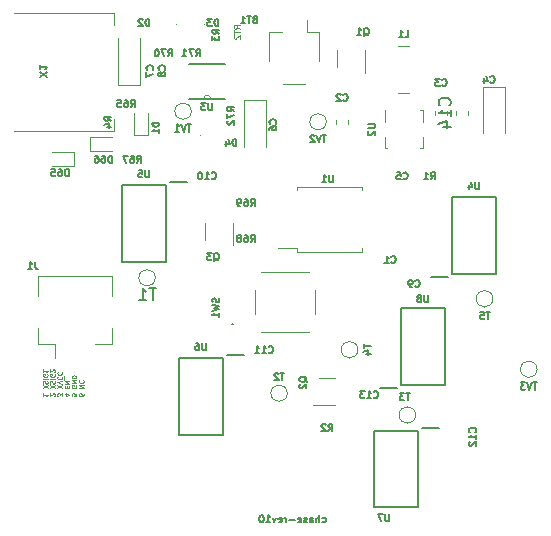
<source format=gbr>
G04 #@! TF.GenerationSoftware,KiCad,Pcbnew,5.1.5-52549c5~84~ubuntu18.04.1*
G04 #@! TF.CreationDate,2020-02-24T22:50:41+01:00*
G04 #@! TF.ProjectId,chase,63686173-652e-46b6-9963-61645f706362,rev?*
G04 #@! TF.SameCoordinates,Original*
G04 #@! TF.FileFunction,Legend,Bot*
G04 #@! TF.FilePolarity,Positive*
%FSLAX46Y46*%
G04 Gerber Fmt 4.6, Leading zero omitted, Abs format (unit mm)*
G04 Created by KiCad (PCBNEW 5.1.5-52549c5~84~ubuntu18.04.1) date 2020-02-24 22:50:41*
%MOMM*%
%LPD*%
G04 APERTURE LIST*
%ADD10C,0.100000*%
%ADD11C,0.130000*%
%ADD12C,0.120000*%
%ADD13C,0.200000*%
%ADD14C,0.152400*%
%ADD15C,0.150000*%
%ADD16C,0.125000*%
G04 APERTURE END LIST*
D10*
X106684047Y-133061857D02*
X106684047Y-133138047D01*
X106665000Y-133176143D01*
X106645952Y-133195190D01*
X106588809Y-133233285D01*
X106512619Y-133252333D01*
X106360238Y-133252333D01*
X106322142Y-133233285D01*
X106303095Y-133214238D01*
X106284047Y-133176143D01*
X106284047Y-133099952D01*
X106303095Y-133061857D01*
X106322142Y-133042809D01*
X106360238Y-133023762D01*
X106455476Y-133023762D01*
X106493571Y-133042809D01*
X106512619Y-133061857D01*
X106531666Y-133099952D01*
X106531666Y-133176143D01*
X106512619Y-133214238D01*
X106493571Y-133233285D01*
X106455476Y-133252333D01*
X106284047Y-132547571D02*
X106684047Y-132547571D01*
X106284047Y-132319000D01*
X106684047Y-132319000D01*
X106322142Y-131899952D02*
X106303095Y-131919000D01*
X106284047Y-131976143D01*
X106284047Y-132014238D01*
X106303095Y-132071381D01*
X106341190Y-132109476D01*
X106379285Y-132128523D01*
X106455476Y-132147571D01*
X106512619Y-132147571D01*
X106588809Y-132128523D01*
X106626904Y-132109476D01*
X106665000Y-132071381D01*
X106684047Y-132014238D01*
X106684047Y-131976143D01*
X106665000Y-131919000D01*
X106645952Y-131899952D01*
X103236047Y-133023761D02*
X103236047Y-133252333D01*
X103236047Y-133138047D02*
X103636047Y-133138047D01*
X103578904Y-133176142D01*
X103540809Y-133214238D01*
X103521761Y-133252333D01*
X103636047Y-132585666D02*
X103236047Y-132319000D01*
X103636047Y-132319000D02*
X103236047Y-132585666D01*
X103255095Y-132185666D02*
X103236047Y-132128523D01*
X103236047Y-132033285D01*
X103255095Y-131995190D01*
X103274142Y-131976142D01*
X103312238Y-131957095D01*
X103350333Y-131957095D01*
X103388428Y-131976142D01*
X103407476Y-131995190D01*
X103426523Y-132033285D01*
X103445571Y-132109476D01*
X103464619Y-132147571D01*
X103483666Y-132166619D01*
X103521761Y-132185666D01*
X103559857Y-132185666D01*
X103597952Y-132166619D01*
X103617000Y-132147571D01*
X103636047Y-132109476D01*
X103636047Y-132014238D01*
X103617000Y-131957095D01*
X103236047Y-131785666D02*
X103636047Y-131785666D01*
X103617000Y-131385666D02*
X103636047Y-131423761D01*
X103636047Y-131480904D01*
X103617000Y-131538047D01*
X103578904Y-131576142D01*
X103540809Y-131595190D01*
X103464619Y-131614238D01*
X103407476Y-131614238D01*
X103331285Y-131595190D01*
X103293190Y-131576142D01*
X103255095Y-131538047D01*
X103236047Y-131480904D01*
X103236047Y-131442809D01*
X103255095Y-131385666D01*
X103274142Y-131366619D01*
X103407476Y-131366619D01*
X103407476Y-131442809D01*
X103236047Y-130985666D02*
X103236047Y-131214238D01*
X103236047Y-131099952D02*
X103636047Y-131099952D01*
X103578904Y-131138047D01*
X103540809Y-131176142D01*
X103521761Y-131214238D01*
X104207552Y-133252333D02*
X104226600Y-133233285D01*
X104245647Y-133195190D01*
X104245647Y-133099952D01*
X104226600Y-133061857D01*
X104207552Y-133042809D01*
X104169457Y-133023761D01*
X104131361Y-133023761D01*
X104074219Y-133042809D01*
X103845647Y-133271380D01*
X103845647Y-133023761D01*
X104245647Y-132585666D02*
X103845647Y-132319000D01*
X104245647Y-132319000D02*
X103845647Y-132585666D01*
X103864695Y-132185666D02*
X103845647Y-132128523D01*
X103845647Y-132033285D01*
X103864695Y-131995190D01*
X103883742Y-131976142D01*
X103921838Y-131957095D01*
X103959933Y-131957095D01*
X103998028Y-131976142D01*
X104017076Y-131995190D01*
X104036123Y-132033285D01*
X104055171Y-132109476D01*
X104074219Y-132147571D01*
X104093266Y-132166619D01*
X104131361Y-132185666D01*
X104169457Y-132185666D01*
X104207552Y-132166619D01*
X104226600Y-132147571D01*
X104245647Y-132109476D01*
X104245647Y-132014238D01*
X104226600Y-131957095D01*
X103845647Y-131785666D02*
X104245647Y-131785666D01*
X104226600Y-131385666D02*
X104245647Y-131423761D01*
X104245647Y-131480904D01*
X104226600Y-131538047D01*
X104188504Y-131576142D01*
X104150409Y-131595190D01*
X104074219Y-131614238D01*
X104017076Y-131614238D01*
X103940885Y-131595190D01*
X103902790Y-131576142D01*
X103864695Y-131538047D01*
X103845647Y-131480904D01*
X103845647Y-131442809D01*
X103864695Y-131385666D01*
X103883742Y-131366619D01*
X104017076Y-131366619D01*
X104017076Y-131442809D01*
X104207552Y-131214238D02*
X104226600Y-131195190D01*
X104245647Y-131157095D01*
X104245647Y-131061857D01*
X104226600Y-131023761D01*
X104207552Y-131004714D01*
X104169457Y-130985666D01*
X104131361Y-130985666D01*
X104074219Y-131004714D01*
X103845647Y-131233285D01*
X103845647Y-130985666D01*
X104855247Y-133271381D02*
X104855247Y-133023762D01*
X104702866Y-133157095D01*
X104702866Y-133099952D01*
X104683819Y-133061857D01*
X104664771Y-133042809D01*
X104626676Y-133023762D01*
X104531438Y-133023762D01*
X104493342Y-133042809D01*
X104474295Y-133061857D01*
X104455247Y-133099952D01*
X104455247Y-133214238D01*
X104474295Y-133252333D01*
X104493342Y-133271381D01*
X104855247Y-132585666D02*
X104455247Y-132319000D01*
X104855247Y-132319000D02*
X104455247Y-132585666D01*
X104855247Y-132223762D02*
X104455247Y-132090428D01*
X104855247Y-131957095D01*
X104493342Y-131595190D02*
X104474295Y-131614238D01*
X104455247Y-131671381D01*
X104455247Y-131709476D01*
X104474295Y-131766619D01*
X104512390Y-131804714D01*
X104550485Y-131823762D01*
X104626676Y-131842809D01*
X104683819Y-131842809D01*
X104760009Y-131823762D01*
X104798104Y-131804714D01*
X104836200Y-131766619D01*
X104855247Y-131709476D01*
X104855247Y-131671381D01*
X104836200Y-131614238D01*
X104817152Y-131595190D01*
X104493342Y-131195190D02*
X104474295Y-131214238D01*
X104455247Y-131271381D01*
X104455247Y-131309476D01*
X104474295Y-131366619D01*
X104512390Y-131404714D01*
X104550485Y-131423762D01*
X104626676Y-131442809D01*
X104683819Y-131442809D01*
X104760009Y-131423762D01*
X104798104Y-131404714D01*
X104836200Y-131366619D01*
X104855247Y-131309476D01*
X104855247Y-131271381D01*
X104836200Y-131214238D01*
X104817152Y-131195190D01*
X105331514Y-133061856D02*
X105064847Y-133061856D01*
X105483895Y-133157094D02*
X105198180Y-133252332D01*
X105198180Y-133004713D01*
X105274371Y-132547570D02*
X105274371Y-132414237D01*
X105064847Y-132357094D02*
X105064847Y-132547570D01*
X105464847Y-132547570D01*
X105464847Y-132357094D01*
X105064847Y-132185666D02*
X105464847Y-132185666D01*
X105064847Y-131957094D01*
X105464847Y-131957094D01*
X105026752Y-131861856D02*
X105026752Y-131557094D01*
X106074447Y-133042809D02*
X106074447Y-133233285D01*
X105883971Y-133252333D01*
X105903019Y-133233285D01*
X105922066Y-133195190D01*
X105922066Y-133099952D01*
X105903019Y-133061857D01*
X105883971Y-133042809D01*
X105845876Y-133023762D01*
X105750638Y-133023762D01*
X105712542Y-133042809D01*
X105693495Y-133061857D01*
X105674447Y-133099952D01*
X105674447Y-133195190D01*
X105693495Y-133233285D01*
X105712542Y-133252333D01*
X106055400Y-132338047D02*
X106074447Y-132376143D01*
X106074447Y-132433285D01*
X106055400Y-132490428D01*
X106017304Y-132528523D01*
X105979209Y-132547571D01*
X105903019Y-132566619D01*
X105845876Y-132566619D01*
X105769685Y-132547571D01*
X105731590Y-132528523D01*
X105693495Y-132490428D01*
X105674447Y-132433285D01*
X105674447Y-132395190D01*
X105693495Y-132338047D01*
X105712542Y-132319000D01*
X105845876Y-132319000D01*
X105845876Y-132395190D01*
X105674447Y-132147571D02*
X106074447Y-132147571D01*
X105674447Y-131919000D01*
X106074447Y-131919000D01*
X105674447Y-131728523D02*
X106074447Y-131728523D01*
X106074447Y-131633285D01*
X106055400Y-131576143D01*
X106017304Y-131538047D01*
X105979209Y-131519000D01*
X105903019Y-131499952D01*
X105845876Y-131499952D01*
X105769685Y-131519000D01*
X105731590Y-131538047D01*
X105693495Y-131576143D01*
X105674447Y-131633285D01*
X105674447Y-131728523D01*
D11*
X126886285Y-143918857D02*
X126943428Y-143947428D01*
X127057714Y-143947428D01*
X127114857Y-143918857D01*
X127143428Y-143890285D01*
X127172000Y-143833142D01*
X127172000Y-143661714D01*
X127143428Y-143604571D01*
X127114857Y-143576000D01*
X127057714Y-143547428D01*
X126943428Y-143547428D01*
X126886285Y-143576000D01*
X126629142Y-143947428D02*
X126629142Y-143347428D01*
X126372000Y-143947428D02*
X126372000Y-143633142D01*
X126400571Y-143576000D01*
X126457714Y-143547428D01*
X126543428Y-143547428D01*
X126600571Y-143576000D01*
X126629142Y-143604571D01*
X125829142Y-143947428D02*
X125829142Y-143633142D01*
X125857714Y-143576000D01*
X125914857Y-143547428D01*
X126029142Y-143547428D01*
X126086285Y-143576000D01*
X125829142Y-143918857D02*
X125886285Y-143947428D01*
X126029142Y-143947428D01*
X126086285Y-143918857D01*
X126114857Y-143861714D01*
X126114857Y-143804571D01*
X126086285Y-143747428D01*
X126029142Y-143718857D01*
X125886285Y-143718857D01*
X125829142Y-143690285D01*
X125572000Y-143918857D02*
X125514857Y-143947428D01*
X125400571Y-143947428D01*
X125343428Y-143918857D01*
X125314857Y-143861714D01*
X125314857Y-143833142D01*
X125343428Y-143776000D01*
X125400571Y-143747428D01*
X125486285Y-143747428D01*
X125543428Y-143718857D01*
X125572000Y-143661714D01*
X125572000Y-143633142D01*
X125543428Y-143576000D01*
X125486285Y-143547428D01*
X125400571Y-143547428D01*
X125343428Y-143576000D01*
X124829142Y-143918857D02*
X124886285Y-143947428D01*
X125000571Y-143947428D01*
X125057714Y-143918857D01*
X125086285Y-143861714D01*
X125086285Y-143633142D01*
X125057714Y-143576000D01*
X125000571Y-143547428D01*
X124886285Y-143547428D01*
X124829142Y-143576000D01*
X124800571Y-143633142D01*
X124800571Y-143690285D01*
X125086285Y-143747428D01*
X124543428Y-143718857D02*
X124086285Y-143718857D01*
X123800571Y-143947428D02*
X123800571Y-143547428D01*
X123800571Y-143661714D02*
X123772000Y-143604571D01*
X123743428Y-143576000D01*
X123686285Y-143547428D01*
X123629142Y-143547428D01*
X123200571Y-143918857D02*
X123257714Y-143947428D01*
X123372000Y-143947428D01*
X123429142Y-143918857D01*
X123457714Y-143861714D01*
X123457714Y-143633142D01*
X123429142Y-143576000D01*
X123372000Y-143547428D01*
X123257714Y-143547428D01*
X123200571Y-143576000D01*
X123172000Y-143633142D01*
X123172000Y-143690285D01*
X123457714Y-143747428D01*
X122972000Y-143547428D02*
X122829142Y-143947428D01*
X122686285Y-143547428D01*
X122143428Y-143947428D02*
X122486285Y-143947428D01*
X122314857Y-143947428D02*
X122314857Y-143347428D01*
X122372000Y-143433142D01*
X122429142Y-143490285D01*
X122486285Y-143518857D01*
X121772000Y-143347428D02*
X121714857Y-143347428D01*
X121657714Y-143376000D01*
X121629142Y-143404571D01*
X121600571Y-143461714D01*
X121572000Y-143576000D01*
X121572000Y-143718857D01*
X121600571Y-143833142D01*
X121629142Y-143890285D01*
X121657714Y-143918857D01*
X121714857Y-143947428D01*
X121772000Y-143947428D01*
X121829142Y-143918857D01*
X121857714Y-143890285D01*
X121886285Y-143833142D01*
X121914857Y-143718857D01*
X121914857Y-143576000D01*
X121886285Y-143461714D01*
X121857714Y-143404571D01*
X121829142Y-143376000D01*
X121772000Y-143347428D01*
D12*
X104297000Y-128847000D02*
X104297000Y-130047000D01*
X109107000Y-123047000D02*
X109107000Y-124787000D01*
X102807000Y-123047000D02*
X109107000Y-123047000D01*
X102807000Y-124787000D02*
X102807000Y-123047000D01*
X109107000Y-128847000D02*
X109107000Y-127507000D01*
X107617000Y-128847000D02*
X109107000Y-128847000D01*
X102807000Y-128847000D02*
X102807000Y-127507000D01*
X104297000Y-128847000D02*
X102807000Y-128847000D01*
X145074500Y-130976000D02*
G75*
G03X145074500Y-130976000I-700000J0D01*
G01*
X116989000Y-119992000D02*
X116989000Y-118592000D01*
X119309000Y-118592000D02*
X119309000Y-120492000D01*
X129073000Y-109858221D02*
X129073000Y-110183779D01*
X128053000Y-109858221D02*
X128053000Y-110183779D01*
X128165000Y-105387000D02*
X128165000Y-103987000D01*
X130485000Y-103987000D02*
X130485000Y-105887000D01*
X139233000Y-109096221D02*
X139233000Y-109421779D01*
X138213000Y-109096221D02*
X138213000Y-109421779D01*
X137455000Y-109096221D02*
X137455000Y-109421779D01*
X136435000Y-109096221D02*
X136435000Y-109421779D01*
X112753000Y-123229000D02*
G75*
G03X112753000Y-123229000I-700000J0D01*
G01*
X125439000Y-106864000D02*
X123559000Y-106864000D01*
X122389000Y-102394000D02*
X123439000Y-102394000D01*
X122389000Y-104894000D02*
X122389000Y-102394000D01*
X125559000Y-102394000D02*
X125559000Y-101404000D01*
X126609000Y-102394000D02*
X125559000Y-102394000D01*
X126609000Y-104894000D02*
X126609000Y-102394000D01*
X122132000Y-108219000D02*
X122132000Y-112129000D01*
X120262000Y-108219000D02*
X122132000Y-108219000D01*
X120262000Y-112129000D02*
X120262000Y-108219000D01*
X109070000Y-111326000D02*
X107220000Y-111326000D01*
X109070000Y-112526000D02*
X107220000Y-112526000D01*
X107220000Y-112526000D02*
X107220000Y-111326000D01*
X103987000Y-113796000D02*
X105837000Y-113796000D01*
X103987000Y-112596000D02*
X105837000Y-112596000D01*
X105837000Y-112596000D02*
X105837000Y-113796000D01*
X126593000Y-131721000D02*
X127993000Y-131721000D01*
X127993000Y-134041000D02*
X126093000Y-134041000D01*
X127231000Y-110021000D02*
G75*
G03X127231000Y-110021000I-700000J0D01*
G01*
X115801000Y-109132000D02*
G75*
G03X115801000Y-109132000I-700000J0D01*
G01*
X141328000Y-125007000D02*
G75*
G03X141328000Y-125007000I-700000J0D01*
G01*
X129898000Y-129325000D02*
G75*
G03X129898000Y-129325000I-700000J0D01*
G01*
X134787500Y-134849500D02*
G75*
G03X134787500Y-134849500I-700000J0D01*
G01*
X123929000Y-133008000D02*
G75*
G03X123929000Y-133008000I-700000J0D01*
G01*
X127503000Y-115528500D02*
X130250500Y-115528500D01*
X130250500Y-115528500D02*
X130250500Y-115811000D01*
X127503000Y-115528500D02*
X124755500Y-115528500D01*
X124755500Y-115528500D02*
X124755500Y-115811000D01*
X127503000Y-121023500D02*
X130250500Y-121023500D01*
X130250500Y-121023500D02*
X130250500Y-120741000D01*
X127503000Y-121023500D02*
X124755500Y-121023500D01*
X124755500Y-121023500D02*
X124755500Y-120741000D01*
X124755500Y-120741000D02*
X123103000Y-120741000D01*
D13*
X119237000Y-127161000D02*
X119237000Y-127161000D01*
X119337000Y-127161000D02*
X119337000Y-127161000D01*
X119237000Y-127161000D02*
X119237000Y-127161000D01*
D10*
X121187000Y-126261000D02*
X121187000Y-124261000D01*
X126287000Y-126261000D02*
X126287000Y-124261000D01*
X121737000Y-127811000D02*
X125737000Y-127811000D01*
X121737000Y-122711000D02*
X125737000Y-122711000D01*
D13*
X119337000Y-127161000D02*
G75*
G03X119237000Y-127161000I-50000J0D01*
G01*
X119237000Y-127161000D02*
G75*
G03X119337000Y-127161000I50000J0D01*
G01*
X119337000Y-127161000D02*
G75*
G03X119237000Y-127161000I-50000J0D01*
G01*
X133571000Y-132321000D02*
X137271000Y-132321000D01*
X137271000Y-132321000D02*
X137271000Y-125821000D01*
X137271000Y-125821000D02*
X133571000Y-125821000D01*
X133571000Y-125821000D02*
X133571000Y-132321000D01*
X131746000Y-132571000D02*
X133221000Y-132571000D01*
X134984000Y-136178000D02*
X131284000Y-136178000D01*
X131284000Y-136178000D02*
X131284000Y-142678000D01*
X131284000Y-142678000D02*
X134984000Y-142678000D01*
X134984000Y-142678000D02*
X134984000Y-136178000D01*
X136809000Y-135928000D02*
X135334000Y-135928000D01*
X118456000Y-130002000D02*
X114756000Y-130002000D01*
X114756000Y-130002000D02*
X114756000Y-136502000D01*
X114756000Y-136502000D02*
X118456000Y-136502000D01*
X118456000Y-136502000D02*
X118456000Y-130002000D01*
X120281000Y-129752000D02*
X118806000Y-129752000D01*
X113649000Y-115407000D02*
X109949000Y-115407000D01*
X109949000Y-115407000D02*
X109949000Y-121907000D01*
X109949000Y-121907000D02*
X113649000Y-121907000D01*
X113649000Y-121907000D02*
X113649000Y-115407000D01*
X115474000Y-115157000D02*
X113999000Y-115157000D01*
X137889000Y-122923000D02*
X141589000Y-122923000D01*
X141589000Y-122923000D02*
X141589000Y-116423000D01*
X141589000Y-116423000D02*
X137889000Y-116423000D01*
X137889000Y-116423000D02*
X137889000Y-122923000D01*
X136064000Y-123173000D02*
X137539000Y-123173000D01*
D12*
X109274000Y-110830000D02*
X109274000Y-109830000D01*
X109274000Y-110830000D02*
X100774000Y-110830000D01*
X109274000Y-100830000D02*
X100774000Y-100830000D01*
X109274000Y-100830000D02*
X109274000Y-101830000D01*
X132160000Y-109016000D02*
X132160000Y-110021000D01*
X132160000Y-112266000D02*
X132390000Y-112266000D01*
X132160000Y-111291000D02*
X132160000Y-112266000D01*
X135380000Y-111291000D02*
X135380000Y-112266000D01*
X135150000Y-112266000D02*
X135380000Y-112266000D01*
X135380000Y-109046000D02*
X135380000Y-110021000D01*
X135150000Y-109046000D02*
X135380000Y-109046000D01*
X134260000Y-103566000D02*
X133280000Y-103566000D01*
X134260000Y-107586000D02*
X133280000Y-107586000D01*
X140455000Y-110986000D02*
X140455000Y-107076000D01*
X140455000Y-107076000D02*
X142325000Y-107076000D01*
X142325000Y-107076000D02*
X142325000Y-110986000D01*
D10*
X116601000Y-111164000D02*
G75*
G03X116601000Y-111164000I-50000J0D01*
G01*
X116939500Y-101766000D02*
G75*
G03X116939500Y-101766000I-50000J0D01*
G01*
X114590000Y-101766000D02*
G75*
G03X114590000Y-101766000I-50000J0D01*
G01*
D12*
X112145000Y-111171000D02*
X110945000Y-111171000D01*
X112145000Y-109321000D02*
X112145000Y-111171000D01*
X110945000Y-109321000D02*
X110945000Y-111171000D01*
D14*
X115634400Y-105093400D02*
X118631600Y-105093400D01*
X118631600Y-108090600D02*
X117437800Y-108090600D01*
X117437800Y-108090600D02*
X116828200Y-108090600D01*
X116828200Y-108090600D02*
X115634400Y-108090600D01*
D10*
X117437800Y-108090600D02*
G75*
G03X116828200Y-108090600I-304800J0D01*
G01*
D12*
X111464000Y-102960000D02*
X111464000Y-106870000D01*
X111464000Y-106870000D02*
X109594000Y-106870000D01*
X109594000Y-106870000D02*
X109594000Y-102960000D01*
D15*
X102601000Y-121884428D02*
X102601000Y-122313000D01*
X102629571Y-122398714D01*
X102686714Y-122455857D01*
X102772428Y-122484428D01*
X102829571Y-122484428D01*
X102001000Y-122484428D02*
X102343857Y-122484428D01*
X102172428Y-122484428D02*
X102172428Y-121884428D01*
X102229571Y-121970142D01*
X102286714Y-122027285D01*
X102343857Y-122055857D01*
X145088785Y-132095428D02*
X144745928Y-132095428D01*
X144917357Y-132695428D02*
X144917357Y-132095428D01*
X144631642Y-132095428D02*
X144431642Y-132695428D01*
X144231642Y-132095428D01*
X144088785Y-132095428D02*
X143717357Y-132095428D01*
X143917357Y-132324000D01*
X143831642Y-132324000D01*
X143774500Y-132352571D01*
X143745928Y-132381142D01*
X143717357Y-132438285D01*
X143717357Y-132581142D01*
X143745928Y-132638285D01*
X143774500Y-132666857D01*
X143831642Y-132695428D01*
X144003071Y-132695428D01*
X144060214Y-132666857D01*
X144088785Y-132638285D01*
X117698142Y-121779571D02*
X117755285Y-121751000D01*
X117812428Y-121693857D01*
X117898142Y-121608142D01*
X117955285Y-121579571D01*
X118012428Y-121579571D01*
X117983857Y-121722428D02*
X118041000Y-121693857D01*
X118098142Y-121636714D01*
X118126714Y-121522428D01*
X118126714Y-121322428D01*
X118098142Y-121208142D01*
X118041000Y-121151000D01*
X117983857Y-121122428D01*
X117869571Y-121122428D01*
X117812428Y-121151000D01*
X117755285Y-121208142D01*
X117726714Y-121322428D01*
X117726714Y-121522428D01*
X117755285Y-121636714D01*
X117812428Y-121693857D01*
X117869571Y-121722428D01*
X117983857Y-121722428D01*
X117526714Y-121122428D02*
X117155285Y-121122428D01*
X117355285Y-121351000D01*
X117269571Y-121351000D01*
X117212428Y-121379571D01*
X117183857Y-121408142D01*
X117155285Y-121465285D01*
X117155285Y-121608142D01*
X117183857Y-121665285D01*
X117212428Y-121693857D01*
X117269571Y-121722428D01*
X117441000Y-121722428D01*
X117498142Y-121693857D01*
X117526714Y-121665285D01*
X128663000Y-108203285D02*
X128691571Y-108231857D01*
X128777285Y-108260428D01*
X128834428Y-108260428D01*
X128920142Y-108231857D01*
X128977285Y-108174714D01*
X129005857Y-108117571D01*
X129034428Y-108003285D01*
X129034428Y-107917571D01*
X129005857Y-107803285D01*
X128977285Y-107746142D01*
X128920142Y-107689000D01*
X128834428Y-107660428D01*
X128777285Y-107660428D01*
X128691571Y-107689000D01*
X128663000Y-107717571D01*
X128434428Y-107717571D02*
X128405857Y-107689000D01*
X128348714Y-107660428D01*
X128205857Y-107660428D01*
X128148714Y-107689000D01*
X128120142Y-107717571D01*
X128091571Y-107774714D01*
X128091571Y-107831857D01*
X128120142Y-107917571D01*
X128463000Y-108260428D01*
X128091571Y-108260428D01*
X130398142Y-102729571D02*
X130455285Y-102701000D01*
X130512428Y-102643857D01*
X130598142Y-102558142D01*
X130655285Y-102529571D01*
X130712428Y-102529571D01*
X130683857Y-102672428D02*
X130741000Y-102643857D01*
X130798142Y-102586714D01*
X130826714Y-102472428D01*
X130826714Y-102272428D01*
X130798142Y-102158142D01*
X130741000Y-102101000D01*
X130683857Y-102072428D01*
X130569571Y-102072428D01*
X130512428Y-102101000D01*
X130455285Y-102158142D01*
X130426714Y-102272428D01*
X130426714Y-102472428D01*
X130455285Y-102586714D01*
X130512428Y-102643857D01*
X130569571Y-102672428D01*
X130683857Y-102672428D01*
X129855285Y-102672428D02*
X130198142Y-102672428D01*
X130026714Y-102672428D02*
X130026714Y-102072428D01*
X130083857Y-102158142D01*
X130141000Y-102215285D01*
X130198142Y-102243857D01*
X137650142Y-108616142D02*
X137697761Y-108568523D01*
X137745380Y-108425666D01*
X137745380Y-108330428D01*
X137697761Y-108187571D01*
X137602523Y-108092333D01*
X137507285Y-108044714D01*
X137316809Y-107997095D01*
X137173952Y-107997095D01*
X136983476Y-108044714D01*
X136888238Y-108092333D01*
X136793000Y-108187571D01*
X136745380Y-108330428D01*
X136745380Y-108425666D01*
X136793000Y-108568523D01*
X136840619Y-108616142D01*
X137745380Y-109568523D02*
X137745380Y-108997095D01*
X137745380Y-109282809D02*
X136745380Y-109282809D01*
X136888238Y-109187571D01*
X136983476Y-109092333D01*
X137031095Y-108997095D01*
X137078714Y-110425666D02*
X137745380Y-110425666D01*
X136697761Y-110187571D02*
X137412047Y-109949476D01*
X137412047Y-110568523D01*
X137045000Y-106933285D02*
X137073571Y-106961857D01*
X137159285Y-106990428D01*
X137216428Y-106990428D01*
X137302142Y-106961857D01*
X137359285Y-106904714D01*
X137387857Y-106847571D01*
X137416428Y-106733285D01*
X137416428Y-106647571D01*
X137387857Y-106533285D01*
X137359285Y-106476142D01*
X137302142Y-106419000D01*
X137216428Y-106390428D01*
X137159285Y-106390428D01*
X137073571Y-106419000D01*
X137045000Y-106447571D01*
X136845000Y-106390428D02*
X136473571Y-106390428D01*
X136673571Y-106619000D01*
X136587857Y-106619000D01*
X136530714Y-106647571D01*
X136502142Y-106676142D01*
X136473571Y-106733285D01*
X136473571Y-106876142D01*
X136502142Y-106933285D01*
X136530714Y-106961857D01*
X136587857Y-106990428D01*
X136759285Y-106990428D01*
X136816428Y-106961857D01*
X136845000Y-106933285D01*
X112814904Y-124129380D02*
X112243476Y-124129380D01*
X112529190Y-125129380D02*
X112529190Y-124129380D01*
X111386333Y-125129380D02*
X111957761Y-125129380D01*
X111672047Y-125129380D02*
X111672047Y-124129380D01*
X111767285Y-124272238D01*
X111862523Y-124367476D01*
X111957761Y-124415095D01*
X121160428Y-101342142D02*
X121074714Y-101370714D01*
X121046142Y-101399285D01*
X121017571Y-101456428D01*
X121017571Y-101542142D01*
X121046142Y-101599285D01*
X121074714Y-101627857D01*
X121131857Y-101656428D01*
X121360428Y-101656428D01*
X121360428Y-101056428D01*
X121160428Y-101056428D01*
X121103285Y-101085000D01*
X121074714Y-101113571D01*
X121046142Y-101170714D01*
X121046142Y-101227857D01*
X121074714Y-101285000D01*
X121103285Y-101313571D01*
X121160428Y-101342142D01*
X121360428Y-101342142D01*
X120846142Y-101056428D02*
X120503285Y-101056428D01*
X120674714Y-101656428D02*
X120674714Y-101056428D01*
X119989000Y-101656428D02*
X120331857Y-101656428D01*
X120160428Y-101656428D02*
X120160428Y-101056428D01*
X120217571Y-101142142D01*
X120274714Y-101199285D01*
X120331857Y-101227857D01*
D11*
X122935285Y-110175000D02*
X122963857Y-110146428D01*
X122992428Y-110060714D01*
X122992428Y-110003571D01*
X122963857Y-109917857D01*
X122906714Y-109860714D01*
X122849571Y-109832142D01*
X122735285Y-109803571D01*
X122649571Y-109803571D01*
X122535285Y-109832142D01*
X122478142Y-109860714D01*
X122421000Y-109917857D01*
X122392428Y-110003571D01*
X122392428Y-110060714D01*
X122421000Y-110146428D01*
X122449571Y-110175000D01*
X122392428Y-110689285D02*
X122392428Y-110575000D01*
X122421000Y-110517857D01*
X122449571Y-110489285D01*
X122535285Y-110432142D01*
X122649571Y-110403571D01*
X122878142Y-110403571D01*
X122935285Y-110432142D01*
X122963857Y-110460714D01*
X122992428Y-110517857D01*
X122992428Y-110632142D01*
X122963857Y-110689285D01*
X122935285Y-110717857D01*
X122878142Y-110746428D01*
X122735285Y-110746428D01*
X122678142Y-110717857D01*
X122649571Y-110689285D01*
X122621000Y-110632142D01*
X122621000Y-110517857D01*
X122649571Y-110460714D01*
X122678142Y-110432142D01*
X122735285Y-110403571D01*
X109098571Y-113497428D02*
X109098571Y-112897428D01*
X108955714Y-112897428D01*
X108870000Y-112926000D01*
X108812857Y-112983142D01*
X108784285Y-113040285D01*
X108755714Y-113154571D01*
X108755714Y-113240285D01*
X108784285Y-113354571D01*
X108812857Y-113411714D01*
X108870000Y-113468857D01*
X108955714Y-113497428D01*
X109098571Y-113497428D01*
X108241428Y-112897428D02*
X108355714Y-112897428D01*
X108412857Y-112926000D01*
X108441428Y-112954571D01*
X108498571Y-113040285D01*
X108527142Y-113154571D01*
X108527142Y-113383142D01*
X108498571Y-113440285D01*
X108470000Y-113468857D01*
X108412857Y-113497428D01*
X108298571Y-113497428D01*
X108241428Y-113468857D01*
X108212857Y-113440285D01*
X108184285Y-113383142D01*
X108184285Y-113240285D01*
X108212857Y-113183142D01*
X108241428Y-113154571D01*
X108298571Y-113126000D01*
X108412857Y-113126000D01*
X108470000Y-113154571D01*
X108498571Y-113183142D01*
X108527142Y-113240285D01*
X107670000Y-112897428D02*
X107784285Y-112897428D01*
X107841428Y-112926000D01*
X107870000Y-112954571D01*
X107927142Y-113040285D01*
X107955714Y-113154571D01*
X107955714Y-113383142D01*
X107927142Y-113440285D01*
X107898571Y-113468857D01*
X107841428Y-113497428D01*
X107727142Y-113497428D01*
X107670000Y-113468857D01*
X107641428Y-113440285D01*
X107612857Y-113383142D01*
X107612857Y-113240285D01*
X107641428Y-113183142D01*
X107670000Y-113154571D01*
X107727142Y-113126000D01*
X107841428Y-113126000D01*
X107898571Y-113154571D01*
X107927142Y-113183142D01*
X107955714Y-113240285D01*
X105415571Y-114610428D02*
X105415571Y-114010428D01*
X105272714Y-114010428D01*
X105187000Y-114039000D01*
X105129857Y-114096142D01*
X105101285Y-114153285D01*
X105072714Y-114267571D01*
X105072714Y-114353285D01*
X105101285Y-114467571D01*
X105129857Y-114524714D01*
X105187000Y-114581857D01*
X105272714Y-114610428D01*
X105415571Y-114610428D01*
X104558428Y-114010428D02*
X104672714Y-114010428D01*
X104729857Y-114039000D01*
X104758428Y-114067571D01*
X104815571Y-114153285D01*
X104844142Y-114267571D01*
X104844142Y-114496142D01*
X104815571Y-114553285D01*
X104787000Y-114581857D01*
X104729857Y-114610428D01*
X104615571Y-114610428D01*
X104558428Y-114581857D01*
X104529857Y-114553285D01*
X104501285Y-114496142D01*
X104501285Y-114353285D01*
X104529857Y-114296142D01*
X104558428Y-114267571D01*
X104615571Y-114239000D01*
X104729857Y-114239000D01*
X104787000Y-114267571D01*
X104815571Y-114296142D01*
X104844142Y-114353285D01*
X103958428Y-114010428D02*
X104244142Y-114010428D01*
X104272714Y-114296142D01*
X104244142Y-114267571D01*
X104187000Y-114239000D01*
X104044142Y-114239000D01*
X103987000Y-114267571D01*
X103958428Y-114296142D01*
X103929857Y-114353285D01*
X103929857Y-114496142D01*
X103958428Y-114553285D01*
X103987000Y-114581857D01*
X104044142Y-114610428D01*
X104187000Y-114610428D01*
X104244142Y-114581857D01*
X104272714Y-114553285D01*
X120820714Y-117150428D02*
X121020714Y-116864714D01*
X121163571Y-117150428D02*
X121163571Y-116550428D01*
X120935000Y-116550428D01*
X120877857Y-116579000D01*
X120849285Y-116607571D01*
X120820714Y-116664714D01*
X120820714Y-116750428D01*
X120849285Y-116807571D01*
X120877857Y-116836142D01*
X120935000Y-116864714D01*
X121163571Y-116864714D01*
X120306428Y-116550428D02*
X120420714Y-116550428D01*
X120477857Y-116579000D01*
X120506428Y-116607571D01*
X120563571Y-116693285D01*
X120592142Y-116807571D01*
X120592142Y-117036142D01*
X120563571Y-117093285D01*
X120535000Y-117121857D01*
X120477857Y-117150428D01*
X120363571Y-117150428D01*
X120306428Y-117121857D01*
X120277857Y-117093285D01*
X120249285Y-117036142D01*
X120249285Y-116893285D01*
X120277857Y-116836142D01*
X120306428Y-116807571D01*
X120363571Y-116779000D01*
X120477857Y-116779000D01*
X120535000Y-116807571D01*
X120563571Y-116836142D01*
X120592142Y-116893285D01*
X119963571Y-117150428D02*
X119849285Y-117150428D01*
X119792142Y-117121857D01*
X119763571Y-117093285D01*
X119706428Y-117007571D01*
X119677857Y-116893285D01*
X119677857Y-116664714D01*
X119706428Y-116607571D01*
X119735000Y-116579000D01*
X119792142Y-116550428D01*
X119906428Y-116550428D01*
X119963571Y-116579000D01*
X119992142Y-116607571D01*
X120020714Y-116664714D01*
X120020714Y-116807571D01*
X119992142Y-116864714D01*
X119963571Y-116893285D01*
X119906428Y-116921857D01*
X119792142Y-116921857D01*
X119735000Y-116893285D01*
X119706428Y-116864714D01*
X119677857Y-116807571D01*
X120820714Y-120198428D02*
X121020714Y-119912714D01*
X121163571Y-120198428D02*
X121163571Y-119598428D01*
X120935000Y-119598428D01*
X120877857Y-119627000D01*
X120849285Y-119655571D01*
X120820714Y-119712714D01*
X120820714Y-119798428D01*
X120849285Y-119855571D01*
X120877857Y-119884142D01*
X120935000Y-119912714D01*
X121163571Y-119912714D01*
X120306428Y-119598428D02*
X120420714Y-119598428D01*
X120477857Y-119627000D01*
X120506428Y-119655571D01*
X120563571Y-119741285D01*
X120592142Y-119855571D01*
X120592142Y-120084142D01*
X120563571Y-120141285D01*
X120535000Y-120169857D01*
X120477857Y-120198428D01*
X120363571Y-120198428D01*
X120306428Y-120169857D01*
X120277857Y-120141285D01*
X120249285Y-120084142D01*
X120249285Y-119941285D01*
X120277857Y-119884142D01*
X120306428Y-119855571D01*
X120363571Y-119827000D01*
X120477857Y-119827000D01*
X120535000Y-119855571D01*
X120563571Y-119884142D01*
X120592142Y-119941285D01*
X119906428Y-119855571D02*
X119963571Y-119827000D01*
X119992142Y-119798428D01*
X120020714Y-119741285D01*
X120020714Y-119712714D01*
X119992142Y-119655571D01*
X119963571Y-119627000D01*
X119906428Y-119598428D01*
X119792142Y-119598428D01*
X119735000Y-119627000D01*
X119706428Y-119655571D01*
X119677857Y-119712714D01*
X119677857Y-119741285D01*
X119706428Y-119798428D01*
X119735000Y-119827000D01*
X119792142Y-119855571D01*
X119906428Y-119855571D01*
X119963571Y-119884142D01*
X119992142Y-119912714D01*
X120020714Y-119969857D01*
X120020714Y-120084142D01*
X119992142Y-120141285D01*
X119963571Y-120169857D01*
X119906428Y-120198428D01*
X119792142Y-120198428D01*
X119735000Y-120169857D01*
X119706428Y-120141285D01*
X119677857Y-120084142D01*
X119677857Y-119969857D01*
X119706428Y-119912714D01*
X119735000Y-119884142D01*
X119792142Y-119855571D01*
X111168714Y-113494428D02*
X111368714Y-113208714D01*
X111511571Y-113494428D02*
X111511571Y-112894428D01*
X111283000Y-112894428D01*
X111225857Y-112923000D01*
X111197285Y-112951571D01*
X111168714Y-113008714D01*
X111168714Y-113094428D01*
X111197285Y-113151571D01*
X111225857Y-113180142D01*
X111283000Y-113208714D01*
X111511571Y-113208714D01*
X110654428Y-112894428D02*
X110768714Y-112894428D01*
X110825857Y-112923000D01*
X110854428Y-112951571D01*
X110911571Y-113037285D01*
X110940142Y-113151571D01*
X110940142Y-113380142D01*
X110911571Y-113437285D01*
X110883000Y-113465857D01*
X110825857Y-113494428D01*
X110711571Y-113494428D01*
X110654428Y-113465857D01*
X110625857Y-113437285D01*
X110597285Y-113380142D01*
X110597285Y-113237285D01*
X110625857Y-113180142D01*
X110654428Y-113151571D01*
X110711571Y-113123000D01*
X110825857Y-113123000D01*
X110883000Y-113151571D01*
X110911571Y-113180142D01*
X110940142Y-113237285D01*
X110397285Y-112894428D02*
X109997285Y-112894428D01*
X110254428Y-113494428D01*
D15*
X127393000Y-136200428D02*
X127593000Y-135914714D01*
X127735857Y-136200428D02*
X127735857Y-135600428D01*
X127507285Y-135600428D01*
X127450142Y-135629000D01*
X127421571Y-135657571D01*
X127393000Y-135714714D01*
X127393000Y-135800428D01*
X127421571Y-135857571D01*
X127450142Y-135886142D01*
X127507285Y-135914714D01*
X127735857Y-135914714D01*
X127164428Y-135657571D02*
X127135857Y-135629000D01*
X127078714Y-135600428D01*
X126935857Y-135600428D01*
X126878714Y-135629000D01*
X126850142Y-135657571D01*
X126821571Y-135714714D01*
X126821571Y-135771857D01*
X126850142Y-135857571D01*
X127193000Y-136200428D01*
X126821571Y-136200428D01*
X125589571Y-132061857D02*
X125561000Y-132004714D01*
X125503857Y-131947571D01*
X125418142Y-131861857D01*
X125389571Y-131804714D01*
X125389571Y-131747571D01*
X125532428Y-131776142D02*
X125503857Y-131719000D01*
X125446714Y-131661857D01*
X125332428Y-131633285D01*
X125132428Y-131633285D01*
X125018142Y-131661857D01*
X124961000Y-131719000D01*
X124932428Y-131776142D01*
X124932428Y-131890428D01*
X124961000Y-131947571D01*
X125018142Y-132004714D01*
X125132428Y-132033285D01*
X125332428Y-132033285D01*
X125446714Y-132004714D01*
X125503857Y-131947571D01*
X125532428Y-131890428D01*
X125532428Y-131776142D01*
X124989571Y-132261857D02*
X124961000Y-132290428D01*
X124932428Y-132347571D01*
X124932428Y-132490428D01*
X124961000Y-132547571D01*
X124989571Y-132576142D01*
X125046714Y-132604714D01*
X125103857Y-132604714D01*
X125189571Y-132576142D01*
X125532428Y-132233285D01*
X125532428Y-132604714D01*
D11*
X110660714Y-108768428D02*
X110860714Y-108482714D01*
X111003571Y-108768428D02*
X111003571Y-108168428D01*
X110775000Y-108168428D01*
X110717857Y-108197000D01*
X110689285Y-108225571D01*
X110660714Y-108282714D01*
X110660714Y-108368428D01*
X110689285Y-108425571D01*
X110717857Y-108454142D01*
X110775000Y-108482714D01*
X111003571Y-108482714D01*
X110146428Y-108168428D02*
X110260714Y-108168428D01*
X110317857Y-108197000D01*
X110346428Y-108225571D01*
X110403571Y-108311285D01*
X110432142Y-108425571D01*
X110432142Y-108654142D01*
X110403571Y-108711285D01*
X110375000Y-108739857D01*
X110317857Y-108768428D01*
X110203571Y-108768428D01*
X110146428Y-108739857D01*
X110117857Y-108711285D01*
X110089285Y-108654142D01*
X110089285Y-108511285D01*
X110117857Y-108454142D01*
X110146428Y-108425571D01*
X110203571Y-108397000D01*
X110317857Y-108397000D01*
X110375000Y-108425571D01*
X110403571Y-108454142D01*
X110432142Y-108511285D01*
X109546428Y-108168428D02*
X109832142Y-108168428D01*
X109860714Y-108454142D01*
X109832142Y-108425571D01*
X109775000Y-108397000D01*
X109632142Y-108397000D01*
X109575000Y-108425571D01*
X109546428Y-108454142D01*
X109517857Y-108511285D01*
X109517857Y-108654142D01*
X109546428Y-108711285D01*
X109575000Y-108739857D01*
X109632142Y-108768428D01*
X109775000Y-108768428D01*
X109832142Y-108739857D01*
X109860714Y-108711285D01*
D15*
X127245285Y-111140428D02*
X126902428Y-111140428D01*
X127073857Y-111740428D02*
X127073857Y-111140428D01*
X126788142Y-111140428D02*
X126588142Y-111740428D01*
X126388142Y-111140428D01*
X126216714Y-111197571D02*
X126188142Y-111169000D01*
X126131000Y-111140428D01*
X125988142Y-111140428D01*
X125931000Y-111169000D01*
X125902428Y-111197571D01*
X125873857Y-111254714D01*
X125873857Y-111311857D01*
X125902428Y-111397571D01*
X126245285Y-111740428D01*
X125873857Y-111740428D01*
X115815285Y-110251428D02*
X115472428Y-110251428D01*
X115643857Y-110851428D02*
X115643857Y-110251428D01*
X115358142Y-110251428D02*
X115158142Y-110851428D01*
X114958142Y-110251428D01*
X114443857Y-110851428D02*
X114786714Y-110851428D01*
X114615285Y-110851428D02*
X114615285Y-110251428D01*
X114672428Y-110337142D01*
X114729571Y-110394285D01*
X114786714Y-110422857D01*
D11*
X141085142Y-126126428D02*
X140742285Y-126126428D01*
X140913714Y-126726428D02*
X140913714Y-126126428D01*
X140256571Y-126126428D02*
X140542285Y-126126428D01*
X140570857Y-126412142D01*
X140542285Y-126383571D01*
X140485142Y-126355000D01*
X140342285Y-126355000D01*
X140285142Y-126383571D01*
X140256571Y-126412142D01*
X140228000Y-126469285D01*
X140228000Y-126612142D01*
X140256571Y-126669285D01*
X140285142Y-126697857D01*
X140342285Y-126726428D01*
X140485142Y-126726428D01*
X140542285Y-126697857D01*
X140570857Y-126669285D01*
X130393428Y-128867857D02*
X130393428Y-129210714D01*
X130993428Y-129039285D02*
X130393428Y-129039285D01*
X130593428Y-129667857D02*
X130993428Y-129667857D01*
X130364857Y-129525000D02*
X130793428Y-129382142D01*
X130793428Y-129753571D01*
X134290642Y-132996928D02*
X133947785Y-132996928D01*
X134119214Y-133596928D02*
X134119214Y-132996928D01*
X133804928Y-132996928D02*
X133433500Y-132996928D01*
X133633500Y-133225500D01*
X133547785Y-133225500D01*
X133490642Y-133254071D01*
X133462071Y-133282642D01*
X133433500Y-133339785D01*
X133433500Y-133482642D01*
X133462071Y-133539785D01*
X133490642Y-133568357D01*
X133547785Y-133596928D01*
X133719214Y-133596928D01*
X133776357Y-133568357D01*
X133804928Y-133539785D01*
X123686142Y-131282428D02*
X123343285Y-131282428D01*
X123514714Y-131882428D02*
X123514714Y-131282428D01*
X123171857Y-131339571D02*
X123143285Y-131311000D01*
X123086142Y-131282428D01*
X122943285Y-131282428D01*
X122886142Y-131311000D01*
X122857571Y-131339571D01*
X122829000Y-131396714D01*
X122829000Y-131453857D01*
X122857571Y-131539571D01*
X123200428Y-131882428D01*
X122829000Y-131882428D01*
X127833142Y-114518428D02*
X127833142Y-115004142D01*
X127804571Y-115061285D01*
X127776000Y-115089857D01*
X127718857Y-115118428D01*
X127604571Y-115118428D01*
X127547428Y-115089857D01*
X127518857Y-115061285D01*
X127490285Y-115004142D01*
X127490285Y-114518428D01*
X126890285Y-115118428D02*
X127233142Y-115118428D01*
X127061714Y-115118428D02*
X127061714Y-114518428D01*
X127118857Y-114604142D01*
X127176000Y-114661285D01*
X127233142Y-114689857D01*
X118137857Y-124969000D02*
X118166428Y-125054714D01*
X118166428Y-125197571D01*
X118137857Y-125254714D01*
X118109285Y-125283285D01*
X118052142Y-125311857D01*
X117995000Y-125311857D01*
X117937857Y-125283285D01*
X117909285Y-125254714D01*
X117880714Y-125197571D01*
X117852142Y-125083285D01*
X117823571Y-125026142D01*
X117795000Y-124997571D01*
X117737857Y-124969000D01*
X117680714Y-124969000D01*
X117623571Y-124997571D01*
X117595000Y-125026142D01*
X117566428Y-125083285D01*
X117566428Y-125226142D01*
X117595000Y-125311857D01*
X117566428Y-125511857D02*
X118166428Y-125654714D01*
X117737857Y-125769000D01*
X118166428Y-125883285D01*
X117566428Y-126026142D01*
X118166428Y-126569000D02*
X118166428Y-126226142D01*
X118166428Y-126397571D02*
X117566428Y-126397571D01*
X117652142Y-126340428D01*
X117709285Y-126283285D01*
X117737857Y-126226142D01*
X135878142Y-124678428D02*
X135878142Y-125164142D01*
X135849571Y-125221285D01*
X135821000Y-125249857D01*
X135763857Y-125278428D01*
X135649571Y-125278428D01*
X135592428Y-125249857D01*
X135563857Y-125221285D01*
X135535285Y-125164142D01*
X135535285Y-124678428D01*
X135163857Y-124935571D02*
X135221000Y-124907000D01*
X135249571Y-124878428D01*
X135278142Y-124821285D01*
X135278142Y-124792714D01*
X135249571Y-124735571D01*
X135221000Y-124707000D01*
X135163857Y-124678428D01*
X135049571Y-124678428D01*
X134992428Y-124707000D01*
X134963857Y-124735571D01*
X134935285Y-124792714D01*
X134935285Y-124821285D01*
X134963857Y-124878428D01*
X134992428Y-124907000D01*
X135049571Y-124935571D01*
X135163857Y-124935571D01*
X135221000Y-124964142D01*
X135249571Y-124992714D01*
X135278142Y-125049857D01*
X135278142Y-125164142D01*
X135249571Y-125221285D01*
X135221000Y-125249857D01*
X135163857Y-125278428D01*
X135049571Y-125278428D01*
X134992428Y-125249857D01*
X134963857Y-125221285D01*
X134935285Y-125164142D01*
X134935285Y-125049857D01*
X134963857Y-124992714D01*
X134992428Y-124964142D01*
X135049571Y-124935571D01*
X132576142Y-143220428D02*
X132576142Y-143706142D01*
X132547571Y-143763285D01*
X132519000Y-143791857D01*
X132461857Y-143820428D01*
X132347571Y-143820428D01*
X132290428Y-143791857D01*
X132261857Y-143763285D01*
X132233285Y-143706142D01*
X132233285Y-143220428D01*
X132004714Y-143220428D02*
X131604714Y-143220428D01*
X131861857Y-143820428D01*
X117082142Y-128742428D02*
X117082142Y-129228142D01*
X117053571Y-129285285D01*
X117025000Y-129313857D01*
X116967857Y-129342428D01*
X116853571Y-129342428D01*
X116796428Y-129313857D01*
X116767857Y-129285285D01*
X116739285Y-129228142D01*
X116739285Y-128742428D01*
X116196428Y-128742428D02*
X116310714Y-128742428D01*
X116367857Y-128771000D01*
X116396428Y-128799571D01*
X116453571Y-128885285D01*
X116482142Y-128999571D01*
X116482142Y-129228142D01*
X116453571Y-129285285D01*
X116425000Y-129313857D01*
X116367857Y-129342428D01*
X116253571Y-129342428D01*
X116196428Y-129313857D01*
X116167857Y-129285285D01*
X116139285Y-129228142D01*
X116139285Y-129085285D01*
X116167857Y-129028142D01*
X116196428Y-128999571D01*
X116253571Y-128971000D01*
X116367857Y-128971000D01*
X116425000Y-128999571D01*
X116453571Y-129028142D01*
X116482142Y-129085285D01*
X112256142Y-114137428D02*
X112256142Y-114623142D01*
X112227571Y-114680285D01*
X112199000Y-114708857D01*
X112141857Y-114737428D01*
X112027571Y-114737428D01*
X111970428Y-114708857D01*
X111941857Y-114680285D01*
X111913285Y-114623142D01*
X111913285Y-114137428D01*
X111341857Y-114137428D02*
X111627571Y-114137428D01*
X111656142Y-114423142D01*
X111627571Y-114394571D01*
X111570428Y-114366000D01*
X111427571Y-114366000D01*
X111370428Y-114394571D01*
X111341857Y-114423142D01*
X111313285Y-114480285D01*
X111313285Y-114623142D01*
X111341857Y-114680285D01*
X111370428Y-114708857D01*
X111427571Y-114737428D01*
X111570428Y-114737428D01*
X111627571Y-114708857D01*
X111656142Y-114680285D01*
X140196142Y-115153428D02*
X140196142Y-115639142D01*
X140167571Y-115696285D01*
X140139000Y-115724857D01*
X140081857Y-115753428D01*
X139967571Y-115753428D01*
X139910428Y-115724857D01*
X139881857Y-115696285D01*
X139853285Y-115639142D01*
X139853285Y-115153428D01*
X139310428Y-115353428D02*
X139310428Y-115753428D01*
X139453285Y-115124857D02*
X139596142Y-115553428D01*
X139224714Y-115553428D01*
X131234714Y-133349285D02*
X131263285Y-133377857D01*
X131349000Y-133406428D01*
X131406142Y-133406428D01*
X131491857Y-133377857D01*
X131549000Y-133320714D01*
X131577571Y-133263571D01*
X131606142Y-133149285D01*
X131606142Y-133063571D01*
X131577571Y-132949285D01*
X131549000Y-132892142D01*
X131491857Y-132835000D01*
X131406142Y-132806428D01*
X131349000Y-132806428D01*
X131263285Y-132835000D01*
X131234714Y-132863571D01*
X130663285Y-133406428D02*
X131006142Y-133406428D01*
X130834714Y-133406428D02*
X130834714Y-132806428D01*
X130891857Y-132892142D01*
X130949000Y-132949285D01*
X131006142Y-132977857D01*
X130463285Y-132806428D02*
X130091857Y-132806428D01*
X130291857Y-133035000D01*
X130206142Y-133035000D01*
X130149000Y-133063571D01*
X130120428Y-133092142D01*
X130091857Y-133149285D01*
X130091857Y-133292142D01*
X130120428Y-133349285D01*
X130149000Y-133377857D01*
X130206142Y-133406428D01*
X130377571Y-133406428D01*
X130434714Y-133377857D01*
X130463285Y-133349285D01*
X139853285Y-136305285D02*
X139881857Y-136276714D01*
X139910428Y-136191000D01*
X139910428Y-136133857D01*
X139881857Y-136048142D01*
X139824714Y-135991000D01*
X139767571Y-135962428D01*
X139653285Y-135933857D01*
X139567571Y-135933857D01*
X139453285Y-135962428D01*
X139396142Y-135991000D01*
X139339000Y-136048142D01*
X139310428Y-136133857D01*
X139310428Y-136191000D01*
X139339000Y-136276714D01*
X139367571Y-136305285D01*
X139910428Y-136876714D02*
X139910428Y-136533857D01*
X139910428Y-136705285D02*
X139310428Y-136705285D01*
X139396142Y-136648142D01*
X139453285Y-136591000D01*
X139481857Y-136533857D01*
X139367571Y-137105285D02*
X139339000Y-137133857D01*
X139310428Y-137191000D01*
X139310428Y-137333857D01*
X139339000Y-137391000D01*
X139367571Y-137419571D01*
X139424714Y-137448142D01*
X139481857Y-137448142D01*
X139567571Y-137419571D01*
X139910428Y-137076714D01*
X139910428Y-137448142D01*
X122344714Y-129539285D02*
X122373285Y-129567857D01*
X122459000Y-129596428D01*
X122516142Y-129596428D01*
X122601857Y-129567857D01*
X122659000Y-129510714D01*
X122687571Y-129453571D01*
X122716142Y-129339285D01*
X122716142Y-129253571D01*
X122687571Y-129139285D01*
X122659000Y-129082142D01*
X122601857Y-129025000D01*
X122516142Y-128996428D01*
X122459000Y-128996428D01*
X122373285Y-129025000D01*
X122344714Y-129053571D01*
X121773285Y-129596428D02*
X122116142Y-129596428D01*
X121944714Y-129596428D02*
X121944714Y-128996428D01*
X122001857Y-129082142D01*
X122059000Y-129139285D01*
X122116142Y-129167857D01*
X121201857Y-129596428D02*
X121544714Y-129596428D01*
X121373285Y-129596428D02*
X121373285Y-128996428D01*
X121430428Y-129082142D01*
X121487571Y-129139285D01*
X121544714Y-129167857D01*
X117518714Y-114807285D02*
X117547285Y-114835857D01*
X117633000Y-114864428D01*
X117690142Y-114864428D01*
X117775857Y-114835857D01*
X117833000Y-114778714D01*
X117861571Y-114721571D01*
X117890142Y-114607285D01*
X117890142Y-114521571D01*
X117861571Y-114407285D01*
X117833000Y-114350142D01*
X117775857Y-114293000D01*
X117690142Y-114264428D01*
X117633000Y-114264428D01*
X117547285Y-114293000D01*
X117518714Y-114321571D01*
X116947285Y-114864428D02*
X117290142Y-114864428D01*
X117118714Y-114864428D02*
X117118714Y-114264428D01*
X117175857Y-114350142D01*
X117233000Y-114407285D01*
X117290142Y-114435857D01*
X116575857Y-114264428D02*
X116518714Y-114264428D01*
X116461571Y-114293000D01*
X116433000Y-114321571D01*
X116404428Y-114378714D01*
X116375857Y-114493000D01*
X116375857Y-114635857D01*
X116404428Y-114750142D01*
X116433000Y-114807285D01*
X116461571Y-114835857D01*
X116518714Y-114864428D01*
X116575857Y-114864428D01*
X116633000Y-114835857D01*
X116661571Y-114807285D01*
X116690142Y-114750142D01*
X116718714Y-114635857D01*
X116718714Y-114493000D01*
X116690142Y-114378714D01*
X116661571Y-114321571D01*
X116633000Y-114293000D01*
X116575857Y-114264428D01*
X134759000Y-123951285D02*
X134787571Y-123979857D01*
X134873285Y-124008428D01*
X134930428Y-124008428D01*
X135016142Y-123979857D01*
X135073285Y-123922714D01*
X135101857Y-123865571D01*
X135130428Y-123751285D01*
X135130428Y-123665571D01*
X135101857Y-123551285D01*
X135073285Y-123494142D01*
X135016142Y-123437000D01*
X134930428Y-123408428D01*
X134873285Y-123408428D01*
X134787571Y-123437000D01*
X134759000Y-123465571D01*
X134473285Y-124008428D02*
X134359000Y-124008428D01*
X134301857Y-123979857D01*
X134273285Y-123951285D01*
X134216142Y-123865571D01*
X134187571Y-123751285D01*
X134187571Y-123522714D01*
X134216142Y-123465571D01*
X134244714Y-123437000D01*
X134301857Y-123408428D01*
X134416142Y-123408428D01*
X134473285Y-123437000D01*
X134501857Y-123465571D01*
X134530428Y-123522714D01*
X134530428Y-123665571D01*
X134501857Y-123722714D01*
X134473285Y-123751285D01*
X134416142Y-123779857D01*
X134301857Y-123779857D01*
X134244714Y-123751285D01*
X134216142Y-123722714D01*
X134187571Y-123665571D01*
X132727000Y-121919285D02*
X132755571Y-121947857D01*
X132841285Y-121976428D01*
X132898428Y-121976428D01*
X132984142Y-121947857D01*
X133041285Y-121890714D01*
X133069857Y-121833571D01*
X133098428Y-121719285D01*
X133098428Y-121633571D01*
X133069857Y-121519285D01*
X133041285Y-121462142D01*
X132984142Y-121405000D01*
X132898428Y-121376428D01*
X132841285Y-121376428D01*
X132755571Y-121405000D01*
X132727000Y-121433571D01*
X132155571Y-121976428D02*
X132498428Y-121976428D01*
X132327000Y-121976428D02*
X132327000Y-121376428D01*
X132384142Y-121462142D01*
X132441285Y-121519285D01*
X132498428Y-121547857D01*
X103602571Y-106190714D02*
X103002571Y-105790714D01*
X103602571Y-105790714D02*
X103002571Y-106190714D01*
X103002571Y-105247857D02*
X103002571Y-105590714D01*
X103002571Y-105419285D02*
X103602571Y-105419285D01*
X103516857Y-105476428D01*
X103459714Y-105533571D01*
X103431142Y-105590714D01*
X130741428Y-110219177D02*
X131227142Y-110219177D01*
X131284285Y-110247748D01*
X131312857Y-110276320D01*
X131341428Y-110333462D01*
X131341428Y-110447748D01*
X131312857Y-110504891D01*
X131284285Y-110533462D01*
X131227142Y-110562034D01*
X130741428Y-110562034D01*
X130798571Y-110819177D02*
X130770000Y-110847748D01*
X130741428Y-110904891D01*
X130741428Y-111047748D01*
X130770000Y-111104891D01*
X130798571Y-111133462D01*
X130855714Y-111162034D01*
X130912857Y-111162034D01*
X130998571Y-111133462D01*
X131341428Y-110790605D01*
X131341428Y-111162034D01*
X136052000Y-114891428D02*
X136252000Y-114605714D01*
X136394857Y-114891428D02*
X136394857Y-114291428D01*
X136166285Y-114291428D01*
X136109142Y-114320000D01*
X136080571Y-114348571D01*
X136052000Y-114405714D01*
X136052000Y-114491428D01*
X136080571Y-114548571D01*
X136109142Y-114577142D01*
X136166285Y-114605714D01*
X136394857Y-114605714D01*
X135480571Y-114891428D02*
X135823428Y-114891428D01*
X135652000Y-114891428D02*
X135652000Y-114291428D01*
X135709142Y-114377142D01*
X135766285Y-114434285D01*
X135823428Y-114462857D01*
X118166428Y-102555000D02*
X117880714Y-102355000D01*
X118166428Y-102212142D02*
X117566428Y-102212142D01*
X117566428Y-102440714D01*
X117595000Y-102497857D01*
X117623571Y-102526428D01*
X117680714Y-102555000D01*
X117766428Y-102555000D01*
X117823571Y-102526428D01*
X117852142Y-102497857D01*
X117880714Y-102440714D01*
X117880714Y-102212142D01*
X117566428Y-102755000D02*
X117566428Y-103126428D01*
X117795000Y-102926428D01*
X117795000Y-103012142D01*
X117823571Y-103069285D01*
X117852142Y-103097857D01*
X117909285Y-103126428D01*
X118052142Y-103126428D01*
X118109285Y-103097857D01*
X118137857Y-103069285D01*
X118166428Y-103012142D01*
X118166428Y-102840714D01*
X118137857Y-102783571D01*
X118109285Y-102755000D01*
X133870000Y-102847428D02*
X134155714Y-102847428D01*
X134155714Y-102247428D01*
X133355714Y-102847428D02*
X133698571Y-102847428D01*
X133527142Y-102847428D02*
X133527142Y-102247428D01*
X133584285Y-102333142D01*
X133641428Y-102390285D01*
X133698571Y-102418857D01*
X133743000Y-114834285D02*
X133771571Y-114862857D01*
X133857285Y-114891428D01*
X133914428Y-114891428D01*
X134000142Y-114862857D01*
X134057285Y-114805714D01*
X134085857Y-114748571D01*
X134114428Y-114634285D01*
X134114428Y-114548571D01*
X134085857Y-114434285D01*
X134057285Y-114377142D01*
X134000142Y-114320000D01*
X133914428Y-114291428D01*
X133857285Y-114291428D01*
X133771571Y-114320000D01*
X133743000Y-114348571D01*
X133200142Y-114291428D02*
X133485857Y-114291428D01*
X133514428Y-114577142D01*
X133485857Y-114548571D01*
X133428714Y-114520000D01*
X133285857Y-114520000D01*
X133228714Y-114548571D01*
X133200142Y-114577142D01*
X133171571Y-114634285D01*
X133171571Y-114777142D01*
X133200142Y-114834285D01*
X133228714Y-114862857D01*
X133285857Y-114891428D01*
X133428714Y-114891428D01*
X133485857Y-114862857D01*
X133514428Y-114834285D01*
X141109000Y-106679285D02*
X141137571Y-106707857D01*
X141223285Y-106736428D01*
X141280428Y-106736428D01*
X141366142Y-106707857D01*
X141423285Y-106650714D01*
X141451857Y-106593571D01*
X141480428Y-106479285D01*
X141480428Y-106393571D01*
X141451857Y-106279285D01*
X141423285Y-106222142D01*
X141366142Y-106165000D01*
X141280428Y-106136428D01*
X141223285Y-106136428D01*
X141137571Y-106165000D01*
X141109000Y-106193571D01*
X140594714Y-106336428D02*
X140594714Y-106736428D01*
X140737571Y-106107857D02*
X140880428Y-106536428D01*
X140509000Y-106536428D01*
X119436428Y-109127285D02*
X119150714Y-108927285D01*
X119436428Y-108784428D02*
X118836428Y-108784428D01*
X118836428Y-109013000D01*
X118865000Y-109070142D01*
X118893571Y-109098714D01*
X118950714Y-109127285D01*
X119036428Y-109127285D01*
X119093571Y-109098714D01*
X119122142Y-109070142D01*
X119150714Y-109013000D01*
X119150714Y-108784428D01*
X118836428Y-109327285D02*
X118836428Y-109727285D01*
X119436428Y-109470142D01*
X118893571Y-109927285D02*
X118865000Y-109955857D01*
X118836428Y-110013000D01*
X118836428Y-110155857D01*
X118865000Y-110213000D01*
X118893571Y-110241571D01*
X118950714Y-110270142D01*
X119007857Y-110270142D01*
X119093571Y-110241571D01*
X119436428Y-109898714D01*
X119436428Y-110270142D01*
X116185214Y-104477428D02*
X116385214Y-104191714D01*
X116528071Y-104477428D02*
X116528071Y-103877428D01*
X116299500Y-103877428D01*
X116242357Y-103906000D01*
X116213785Y-103934571D01*
X116185214Y-103991714D01*
X116185214Y-104077428D01*
X116213785Y-104134571D01*
X116242357Y-104163142D01*
X116299500Y-104191714D01*
X116528071Y-104191714D01*
X115985214Y-103877428D02*
X115585214Y-103877428D01*
X115842357Y-104477428D01*
X115042357Y-104477428D02*
X115385214Y-104477428D01*
X115213785Y-104477428D02*
X115213785Y-103877428D01*
X115270928Y-103963142D01*
X115328071Y-104020285D01*
X115385214Y-104048857D01*
X113835714Y-104477428D02*
X114035714Y-104191714D01*
X114178571Y-104477428D02*
X114178571Y-103877428D01*
X113950000Y-103877428D01*
X113892857Y-103906000D01*
X113864285Y-103934571D01*
X113835714Y-103991714D01*
X113835714Y-104077428D01*
X113864285Y-104134571D01*
X113892857Y-104163142D01*
X113950000Y-104191714D01*
X114178571Y-104191714D01*
X113635714Y-103877428D02*
X113235714Y-103877428D01*
X113492857Y-104477428D01*
X112892857Y-103877428D02*
X112835714Y-103877428D01*
X112778571Y-103906000D01*
X112750000Y-103934571D01*
X112721428Y-103991714D01*
X112692857Y-104106000D01*
X112692857Y-104248857D01*
X112721428Y-104363142D01*
X112750000Y-104420285D01*
X112778571Y-104448857D01*
X112835714Y-104477428D01*
X112892857Y-104477428D01*
X112950000Y-104448857D01*
X112978571Y-104420285D01*
X113007142Y-104363142D01*
X113035714Y-104248857D01*
X113035714Y-104106000D01*
X113007142Y-103991714D01*
X112978571Y-103934571D01*
X112950000Y-103906000D01*
X112892857Y-103877428D01*
X109022428Y-109921000D02*
X108736714Y-109721000D01*
X109022428Y-109578142D02*
X108422428Y-109578142D01*
X108422428Y-109806714D01*
X108451000Y-109863857D01*
X108479571Y-109892428D01*
X108536714Y-109921000D01*
X108622428Y-109921000D01*
X108679571Y-109892428D01*
X108708142Y-109863857D01*
X108736714Y-109806714D01*
X108736714Y-109578142D01*
X108622428Y-110435285D02*
X109022428Y-110435285D01*
X108393857Y-110292428D02*
X108822428Y-110149571D01*
X108822428Y-110521000D01*
D16*
X119899190Y-102127190D02*
X119661095Y-101960523D01*
X119899190Y-101841476D02*
X119399190Y-101841476D01*
X119399190Y-102031952D01*
X119423000Y-102079571D01*
X119446809Y-102103380D01*
X119494428Y-102127190D01*
X119565857Y-102127190D01*
X119613476Y-102103380D01*
X119637285Y-102079571D01*
X119661095Y-102031952D01*
X119661095Y-101841476D01*
X119399190Y-102270047D02*
X119399190Y-102555761D01*
X119899190Y-102412904D02*
X119399190Y-102412904D01*
X119446809Y-102698619D02*
X119423000Y-102722428D01*
X119399190Y-102770047D01*
X119399190Y-102889095D01*
X119423000Y-102936714D01*
X119446809Y-102960523D01*
X119494428Y-102984333D01*
X119542047Y-102984333D01*
X119613476Y-102960523D01*
X119899190Y-102674809D01*
X119899190Y-102984333D01*
D11*
X119607857Y-112070428D02*
X119607857Y-111470428D01*
X119465000Y-111470428D01*
X119379285Y-111499000D01*
X119322142Y-111556142D01*
X119293571Y-111613285D01*
X119265000Y-111727571D01*
X119265000Y-111813285D01*
X119293571Y-111927571D01*
X119322142Y-111984714D01*
X119379285Y-112041857D01*
X119465000Y-112070428D01*
X119607857Y-112070428D01*
X118750714Y-111670428D02*
X118750714Y-112070428D01*
X118893571Y-111441857D02*
X119036428Y-111870428D01*
X118665000Y-111870428D01*
X118083857Y-101910428D02*
X118083857Y-101310428D01*
X117941000Y-101310428D01*
X117855285Y-101339000D01*
X117798142Y-101396142D01*
X117769571Y-101453285D01*
X117741000Y-101567571D01*
X117741000Y-101653285D01*
X117769571Y-101767571D01*
X117798142Y-101824714D01*
X117855285Y-101881857D01*
X117941000Y-101910428D01*
X118083857Y-101910428D01*
X117541000Y-101310428D02*
X117169571Y-101310428D01*
X117369571Y-101539000D01*
X117283857Y-101539000D01*
X117226714Y-101567571D01*
X117198142Y-101596142D01*
X117169571Y-101653285D01*
X117169571Y-101796142D01*
X117198142Y-101853285D01*
X117226714Y-101881857D01*
X117283857Y-101910428D01*
X117455285Y-101910428D01*
X117512428Y-101881857D01*
X117541000Y-101853285D01*
X112241857Y-101910428D02*
X112241857Y-101310428D01*
X112099000Y-101310428D01*
X112013285Y-101339000D01*
X111956142Y-101396142D01*
X111927571Y-101453285D01*
X111899000Y-101567571D01*
X111899000Y-101653285D01*
X111927571Y-101767571D01*
X111956142Y-101824714D01*
X112013285Y-101881857D01*
X112099000Y-101910428D01*
X112241857Y-101910428D01*
X111670428Y-101367571D02*
X111641857Y-101339000D01*
X111584714Y-101310428D01*
X111441857Y-101310428D01*
X111384714Y-101339000D01*
X111356142Y-101367571D01*
X111327571Y-101424714D01*
X111327571Y-101481857D01*
X111356142Y-101567571D01*
X111699000Y-101910428D01*
X111327571Y-101910428D01*
X113086428Y-110086142D02*
X112486428Y-110086142D01*
X112486428Y-110229000D01*
X112515000Y-110314714D01*
X112572142Y-110371857D01*
X112629285Y-110400428D01*
X112743571Y-110429000D01*
X112829285Y-110429000D01*
X112943571Y-110400428D01*
X113000714Y-110371857D01*
X113057857Y-110314714D01*
X113086428Y-110229000D01*
X113086428Y-110086142D01*
X113086428Y-111000428D02*
X113086428Y-110657571D01*
X113086428Y-110829000D02*
X112486428Y-110829000D01*
X112572142Y-110771857D01*
X112629285Y-110714714D01*
X112657857Y-110657571D01*
X117590142Y-108422428D02*
X117590142Y-108908142D01*
X117561571Y-108965285D01*
X117533000Y-108993857D01*
X117475857Y-109022428D01*
X117361571Y-109022428D01*
X117304428Y-108993857D01*
X117275857Y-108965285D01*
X117247285Y-108908142D01*
X117247285Y-108422428D01*
X117018714Y-108422428D02*
X116647285Y-108422428D01*
X116847285Y-108651000D01*
X116761571Y-108651000D01*
X116704428Y-108679571D01*
X116675857Y-108708142D01*
X116647285Y-108765285D01*
X116647285Y-108908142D01*
X116675857Y-108965285D01*
X116704428Y-108993857D01*
X116761571Y-109022428D01*
X116933000Y-109022428D01*
X116990142Y-108993857D01*
X117018714Y-108965285D01*
X113537285Y-105603000D02*
X113565857Y-105574428D01*
X113594428Y-105488714D01*
X113594428Y-105431571D01*
X113565857Y-105345857D01*
X113508714Y-105288714D01*
X113451571Y-105260142D01*
X113337285Y-105231571D01*
X113251571Y-105231571D01*
X113137285Y-105260142D01*
X113080142Y-105288714D01*
X113023000Y-105345857D01*
X112994428Y-105431571D01*
X112994428Y-105488714D01*
X113023000Y-105574428D01*
X113051571Y-105603000D01*
X113251571Y-105945857D02*
X113223000Y-105888714D01*
X113194428Y-105860142D01*
X113137285Y-105831571D01*
X113108714Y-105831571D01*
X113051571Y-105860142D01*
X113023000Y-105888714D01*
X112994428Y-105945857D01*
X112994428Y-106060142D01*
X113023000Y-106117285D01*
X113051571Y-106145857D01*
X113108714Y-106174428D01*
X113137285Y-106174428D01*
X113194428Y-106145857D01*
X113223000Y-106117285D01*
X113251571Y-106060142D01*
X113251571Y-105945857D01*
X113280142Y-105888714D01*
X113308714Y-105860142D01*
X113365857Y-105831571D01*
X113480142Y-105831571D01*
X113537285Y-105860142D01*
X113565857Y-105888714D01*
X113594428Y-105945857D01*
X113594428Y-106060142D01*
X113565857Y-106117285D01*
X113537285Y-106145857D01*
X113480142Y-106174428D01*
X113365857Y-106174428D01*
X113308714Y-106145857D01*
X113280142Y-106117285D01*
X113251571Y-106060142D01*
X112521285Y-105603000D02*
X112549857Y-105574428D01*
X112578428Y-105488714D01*
X112578428Y-105431571D01*
X112549857Y-105345857D01*
X112492714Y-105288714D01*
X112435571Y-105260142D01*
X112321285Y-105231571D01*
X112235571Y-105231571D01*
X112121285Y-105260142D01*
X112064142Y-105288714D01*
X112007000Y-105345857D01*
X111978428Y-105431571D01*
X111978428Y-105488714D01*
X112007000Y-105574428D01*
X112035571Y-105603000D01*
X111978428Y-105803000D02*
X111978428Y-106203000D01*
X112578428Y-105945857D01*
M02*

</source>
